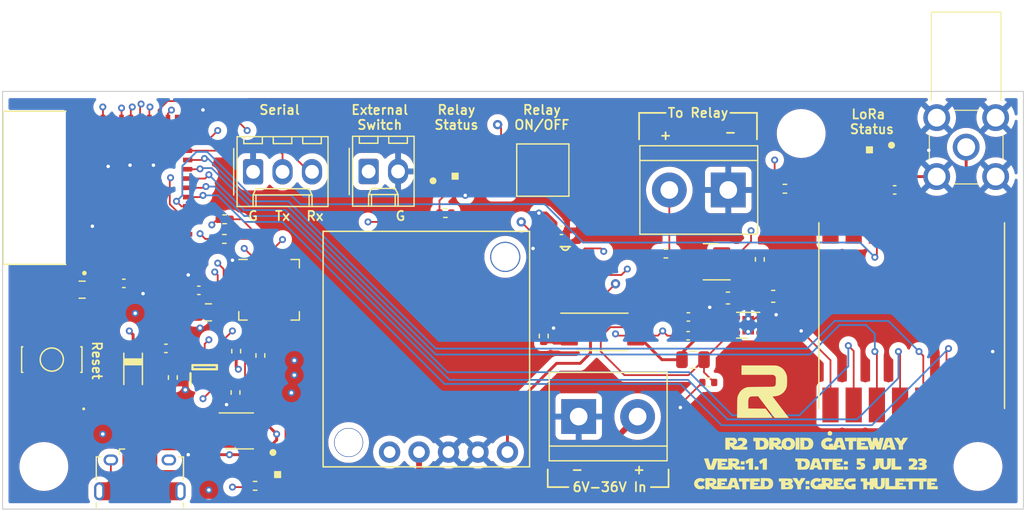
<source format=kicad_pcb>
(kicad_pcb (version 20211014) (generator pcbnew)
  (title_block (title "R2 Droid Gateway") (date "2023-07-06") (rev "1.1") (company "Created by: Greg Hulette") (comment 1 "- Creates WiFi Network for Remote Web Access") (comment 2 "- WiFi to LoRa Bridge") (comment 3 "- Buttons for Master Relay"))
  (layers (0 "F.Cu" signal) (1 "In1.Cu" signal) (2 "In2.Cu" signal) (31 "B.Cu" signal) (34 "B.Paste" user) (35 "F.Paste" user) (36 "B.SilkS" user "B.Silkscreen") (37 "F.SilkS" user "F.Silkscreen") (38 "B.Mask" user) (39 "F.Mask" user) (44 "Edge.Cuts" user))
  (net 0 "")
  (net 1 "+3V3")
  (net 2 "GND")
  (net 3 "RESET")
  (net 4 "Net-(C6-Pad2)")
  (net 5 "VBUS")
  (net 6 "+5V")
  (net 7 "Net-(D1-PadA)")
  (net 8 "USB_DP")
  (net 9 "USB_DN")
  (net 10 "Net-(J5-Pad2)")
  (net 12 "unconnected-(J1-Pad6)")
  (net 13 "RELAY_CONTROL")
  (net 15 "Net-(L1-Pad3)")
  (net 17 "Net-(L2-Pad3)")
  (net 19 "Net-(L3-Pad3)")
  (net 20 "DTR")
  (net 21 "RTS")
  (net 22 "GPIO0")
  (net 23 "Net-(R2-Pad1)")
  (net 24 "RXD0")
  (net 25 "Net-(R3-Pad1)")
  (net 26 "TXD0")
  (net 27 "Net-(R4-Pad2)")
  (net 28 "Net-(R6-Pad1)")
  (net 29 "Net-(R9-Pad1)")
  (net 30 "RELAY_LED_DATA")
  (net 31 "EXT_SW_OUT")
  (net 34 "VIN")
  (net 35 "STATUS_LED_DATA")
  (net 44 "DI0_LORA")
  (net 45 "RESET_LORA")
  (net 46 "SCK_LORA")
  (net 47 "MISO_LORA")
  (net 48 "MOSI_LORA")
  (net 49 "NSS_LORA")
  (net 50 "Net-(J4-Pad1)")
  (net 52 "ON_SW_OUT")
  (net 78 "LORA_LED_DATA")
  (net 80 "Net-(S2-Pad1)")
  (net 81 "RX_HEADER")
  (net 82 "TX_HEADER")
  (net 83 "Net-(J3-Pad5)")
  (footprint "Resistor_SMD:R_0402_1005Metric" (layer "F.Cu") (at 51.142 63.02 180)
    (fp_text reference "R3")
    (fp_text value "1K" hide)
  )
  (footprint "Resistor_SMD:R_0402_1005Metric" (layer "F.Cu") (at 99.438 60.388 180)
    (fp_text reference "R14")
    (fp_text value "470" hide)
  )
  (footprint "Capacitor_SMD:C_0402_1005Metric" (layer "F.Cu") (at 46.082 74.148 180)
    (fp_text reference "C3")
    (fp_text value ".1uF" hide)
  )
  (footprint "MountingHole:MountingHole_3.2mm_M3" (layer "F.Cu") (at 35.56 84.328)
    (fp_text reference "REF**" hide)
    (fp_text value "MountingHole_3.2mm_M3" hide)
  )
  (footprint "Resistor_SMD:R_0402_1005Metric" (layer "F.Cu") (at 52.082 77.952 -90)
    (fp_text reference "R5")
    (fp_text value "47.5K" hide)
  )
  (footprint "Resistor_SMD:R_0402_1005Metric" (layer "F.Cu") (at 97.274 66.478 90)
    (fp_text reference "R7")
    (fp_text value "10K" hide)
  )
  (footprint "Package_SO:TSSOP-8_4.4x3mm_P0.65mm" (layer "F.Cu") (at 83.718 72.722)
    (fp_text reference "U4")
    (fp_text value "TPS2115APW" hide)
  )
  (footprint "Package_SON:WSON-6-1EP_2x2mm_P0.65mm_EP1x1.6mm_ThermalVias" (layer "F.Cu") (at 96.272 72.152 180)
    (fp_text reference "U3")
    (fp_text value "LP5912-3.3DRV" hide)
  )
  (footprint "Package_TO_SOT_SMD:SOT-23" (layer "F.Cu") (at 93.048 66.682 180)
    (fp_text reference "Q3")
    (fp_text value "BSS138" hide)
  )
  (footprint "Capacitor_SMD:C_0402_1005Metric" (layer "F.Cu") (at 48.92 69.146 180)
    (fp_text reference "C5")
    (fp_text value ".1uF" hide)
  )
  (footprint "Resistor_SMD:R_0402_1005Metric" (layer "F.Cu") (at 46.678 76.66 90)
    (fp_text reference "R1")
    (fp_text value "10K" hide)
  )
  (footprint "Resistor_SMD:R_0402_1005Metric" (layer "F.Cu") (at 92.832 77.086 180)
    (fp_text reference "R10")
    (fp_text value "400" hide)
  )
  (footprint "Package_DFN_QFN:QFN-28-1EP_5x5mm_P0.5mm_EP3.35x3.35mm" (layer "F.Cu") (at 54.974 69.098)
    (fp_text reference "U2")
    (fp_text value "CP2102N-A02-GQFN28" hide)
  )
  (footprint "Custom:MODULE_ESP32-PICO-MINI-02" (layer "F.Cu") (at 43.055 60.308 90)
    (fp_text reference "U1")
    (fp_text value "ESP32-PICO-MINI-02" hide)
  )
  (footprint "Capacitor_SMD:C_0402_1005Metric" (layer "F.Cu") (at 91.116 71.438)
    (fp_text reference "C9")
    (fp_text value ".1uF" hide)
  )
  (footprint "Resistor_SMD:R_0402_1005Metric" (layer "F.Cu") (at 70.172 62.482)
    (fp_text reference "R17")
    (fp_text value "470" hide)
  )
  (footprint "Custom:SOT65P230X110-6N" (layer "F.Cu") (at 49.423 75.77 90)
    (fp_text reference "Q2")
    (fp_text value "UMH3N")
  )
  (footprint "Package_TO_SOT_SMD:SOT-143" (layer "F.Cu") (at 52.424 81.264)
    (fp_text reference "D2")
    (fp_text value "SP0503BAHTG" hide)
  )
  (footprint "Custom:SOT95P280X145-6N" (layer "F.Cu") (at 80.5054 66.8818)
    (fp_text reference "U6")
    (fp_text value "MAX6817EUT+T" hide)
  )
  (footprint "Capacitor_SMD:C_0603_1608Metric" (layer "F.Cu") (at 94.526 69.808)
    (fp_text reference "C6")
    (fp_text value "1uF" hide)
  )
  (footprint "Custom:TL3305CF260QG" (layer "F.Cu") (at 78.569332 58.779)
    (fp_text reference "S2")
    (fp_text value "TL3305CF260QG" hide)
  )
  (footprint "Capacitor_SMD:C_0402_1005Metric" (layer "F.Cu") (at 91.096 73.058)
    (fp_text reference "C12")
    (fp_text value ".1uF" hide)
  )
  (footprint "Custom:SW_TL3342F160QG" (layer "F.Cu") (at 36.2445 75.1125 90)
    (fp_text reference "S1")
    (fp_text value "TL3342F160QG" hide)
  )
  (footprint "Capacitor_SMD:C_0805_2012Metric" (layer "F.Cu") (at 91.512 75.122)
    (fp_text reference "C8")
    (fp_text value "10uF" hide)
  )
  (footprint "TerminalBlock:TerminalBlock_bornier-2_P5.08mm" (layer "F.Cu") (at 81.66 80.028)
    (fp_text reference "J2")
    (fp_text value "Power In" hide)
  )
  (footprint "Resistor_SMD:R_0402_1005Metric" (layer "F.Cu") (at 53.768 85.996 180)
    (fp_text reference "R16")
    (fp_text value "470" hide)
  )
  (footprint "Resistor_SMD:R_0402_1005Metric" (layer "F.Cu") (at 52.14 74.388 90)
    (fp_text reference "R4")
    (fp_text value "22.1K" hide)
  )
  (footprint "Connector_Molex:Molex_KK-254_AE-6410-03A_1x03_P2.54mm_Vertical" (layer "F.Cu") (at 53.594 58.928)
    (fp_text reference "J6")
    (fp_text value "Conn_01x03" hide)
  )
  (footprint "Capacitor_SMD:C_0805_2012Metric" (layer "F.Cu") (at 49.746 71.046 180)
    (fp_text reference "C4")
    (fp_text value "4.7uF" hide)
  )
  (footprint "Capacitor_SMD:C_0805_2012Metric" (layer "F.Cu") (at 38.862 69.088 180)
    (fp_text reference "C1")
    (fp_text value "10uF" hide)
  )
  (footprint "Resistor_SMD:R_0402_1005Metric" (layer "F.Cu") (at 78.648 73.084 90)
    (fp_text reference "R9")
    (fp_text value "400" hide)
  )
  (footprint "TerminalBlock:TerminalBlock_bornier-2_P5.08mm" (layer "F.Cu") (at 94.554 60.494 180)
    (fp_text reference "J5")
    (fp_text value "Output" hide)
  )
  (footprint "Capacitor_SMD:C_0402_1005Metric" (layer "F.Cu") (at 80.176 63.98)
    (fp_text reference "C11")
    (fp_text value ".1uF" hide)
  )
  (footprint "Custom:RFM95W-915S2" (layer "F.Cu") (at 110.365 71.324 90)
    (fp_text reference "U5")
    (fp_text value "RFM95W-915S2" hide)
  )
  (footprint "Custom:WS2812B-2020" (layer "F.Cu") (at 106.725 57.637)
    (fp_text reference "L1")
    (fp_text value "WS2812B-2020" hide)
  )
  (footprint "Capacitor_SMD:C_0603_1608Metric" (layer "F.Cu") (at 98.428 69.66 180)
    (fp_text reference "C7")
    (fp_text value "1uF" hide)
  )
  (footprint "Resistor_SMD:R_0402_1005Metric" (layer "F.Cu") (at 51.12 64.714 180)
    (fp_text reference "R2")
    (fp_text value "1K" hide)
  )
  (footprint "Resistor_SMD:R_0402_1005Metric" (layer "F.Cu") (at 89.178 65.972)
    (fp_text reference "R8")
    (fp_text value "10K" hide)
  )
  (footprint "Custom:SOD3716X135N" (layer "F.Cu") (at 43.2545 75.9125 -90)
    (fp_text reference "D1")
    (fp_text value "B5819W-TP" hide)
  )
  (footprint "MountingHole:MountingHole_3.2mm_M3" (layer "F.Cu") (at 100.838 55.626)
    (fp_text reference "REF**" hide)
    (fp_text value "MountingHole_3.2mm_M3" hide)
  )
  (footprint "Capacitor_SMD:C_0402_1005Metric" (layer "F.Cu") (at 42.452 68.546)
    (fp_text reference "C2")
    (fp_text value ".1uF")
  )
  (footprint "Custom:73391-0083" (layer "F.Cu") (at 115.062 52.832 -90)
    (fp_text reference "J3")
    (fp_text value "73391-0083" hide)
  )
  (footprint "Connector_USB:USB_Micro-B_Amphenol_10118194_Horizontal" (layer "F.Cu") (at 43.836 85.166)
    (fp_text reference "J1")
    (fp_text value "USB_B_Micro" hide)
  )
  (footprint "Resistor_SMD:R_0402_1005Metric" (layer "F.Cu") (at 54.224 74.758 -90)
    (fp_text reference "R6")
    (fp_text value "1K" hide)
  )
  (footprint "Custom:WS2812B-2020" (layer "F.Cu") (at 56.307 85.023 90)
    (fp_text reference "L2")
    (fp_text value "WS2812B-2020" hide)
  )
  (footprint "Pololu:VoltageREG_2851" (layer "F.Cu") (at 68.53 74.21 90)
    (fp_text reference "U7")
    (fp_text value "D24V550F5_Step_Down_Regulator" hide)
  )
  (footprint "Custom:WS2812B-2020" (layer "F.Cu") (at 71.006666 58.704 180)
    (fp_text reference "L3")
    (fp_text value "WS2812B-2020" hide)
  )
  (footprint "MountingHole:MountingHole_3.2mm_M3" (layer "F.Cu") (at 116.078 84.328)
    (fp_text reference "REF**" hide)
    (fp_text value "MountingHole_3.2mm_M3" hide)
  )
  (footprint "Connector_Molex:Molex_KK-254_AE-6410-02A_1x02_P2.54mm_Vertical" (layer "F.Cu") (at 63.552 58.898)
    (fp_text reference "J4")
    (fp_text value "External Switch In" hide)
  )
  (footprint "Logos:R2_Logo_V2" (layer "F.Cu") (at 97.536 78.232)
    (fp_text reference "G***" hide)
    (fp_text value "LOGO" hide)
  )
  (footprint "Logos:R2DroidGateway" (layer "F.Cu") (at 102.108 84.074)
    (fp_text reference "G***" hide)
    (fp_text value "LOGO" hide)
  )
  (footprint "Capacitor_SMD:C_0402_1005Metric" (layer "F.Cu") (at 108.896 60.486)
    (fp_text reference "C10")
    (fp_text value ".1uF" hide)
  )
  (gr_line (start 86.868 53.848) (end 89.154 53.848) (layer "F.SilkS") (width 0.15))
  (gr_line (start 86.868 56.134) (end 86.868 53.848) (layer "F.SilkS") (width 0.15))
  (gr_line (start 78.994 84.582) (end 78.994 86.106) (layer "F.SilkS") (width 0.15))
  (gr_line (start 87.884 86.106) (end 89.408 86.106) (layer "F.SilkS") (width 0.15))
  (gr_line (start 78.994 86.106) (end 80.772 86.106) (layer "F.SilkS") (width 0.15))
  (gr_line (start 89.408 86.106) (end 89.408 84.582) (layer "F.SilkS") (width 0.15))
  (gr_line (start 97.028 53.848) (end 97.028 56.134) (layer "F.SilkS") (width 0.15))
  (gr_line (start 94.742 53.848) (end 97.028 53.848) (layer "F.SilkS") (width 0.15))
  (gr_line (start 32 52) (end 120 52) (layer "Edge.Cuts") (width 0.1))
  (gr_line (start 120 88) (end 32 88) (layer "Edge.Cuts") (width 0.1))
  (gr_line (start 32 88) (end 32 52) (layer "Edge.Cuts") (width 0.1))
  (gr_line (start 120 52) (end 120 88) (layer "Edge.Cuts") (width 0.1))
  (gr_text "LoRa \nStatus" (at 106.934 54.61) (layer "F.SilkS") (effects (font (size 0.8 0.8))))
  (gr_text "To Relay" (at 91.948 53.848) (layer "F.SilkS") (effects (font (size 0.8 0.8))))
  (gr_text "6V-36V In" (at 84.328 86.106) (layer "F.SilkS") (effects (font (size 0.8 0.8))))
  (gr_text "-" (at 81.534 84.582) (layer "F.SilkS") (effects (font (size 0.8 0.8))))
  (gr_text "G" (at 53.594 62.738) (layer "F.SilkS") (effects (font (size 0.8 0.8))))
  (gr_text "+" (at 89.154 55.88 180) (layer "F.SilkS") (effects (font (size 0.8 0.8))))
  (gr_text "Serial" (at 55.88 53.594) (layer "F.SilkS") (effects (font (size 0.8 0.8))))
  (gr_text "Tx" (at 56.134 62.738) (layer "F.SilkS") (effects (font (size 0.8 0.8))))
  (gr_text "-" (at 94.742 55.626 180) (layer "F.SilkS") (effects (font (size 0.8 0.8))))
  (gr_text "G" (at 66.294 62.738) (layer "F.SilkS") (effects (font (size 0.8 0.8))))
  (gr_text "+" (at 86.868 84.582) (layer "F.SilkS") (effects (font (size 0.8 0.8))))
  (gr_text "Relay\nStatus" (at 71.12 54.238) (layer "F.SilkS") (effects (font (size 0.8 0.8))))
  (gr_text "External\nSwitch" (at 64.516 54.238) (layer "F.SilkS") (effects (font (size 0.8 0.8))))
  (gr_text "Relay\nON/OFF" (at 78.486 54.238) (layer "F.SilkS") (effects (font (size 0.8 0.8))))
  (gr_text "Reset" (at 40.132 75.184 270) (layer "F.SilkS") (effects (font (size 0.8 0.8))))
  (gr_text "Rx" (at 58.928 62.738) (layer "F.SilkS") (effects (font (size 0.8 0.8))))
  (segment (start 52.524 70.598) (end 51.548 70.598) (width 0.25) (layer "F.Cu") (net 1))
  (segment (start 40.655 68.245) (end 39.812 69.088) (width 0.25) (layer "F.Cu") (net 1))
  (segment (start 40.655 66.208) (end 40.655 67.229) (width 0.25) (layer "F.Cu") (net 1))
  (segment (start 51.302 70.098) (end 51.81 70.098) (width 0.25) (layer "F.Cu") (net 1))
  (segment (start 40.655 66.208) (end 40.655 68.245) (width 0.25) (layer "F.Cu") (net 1))
  (segment (start 51.81 70.098) (end 52.524 70.098) (width 0.25) (layer "F.Cu") (net 1))
  (segment (start 81.1058 66.8818) (end 81.7754 66.8818) (width 0.5) (layer "F.Cu") (net 1))
  (segment (start 97.948 72.802) (end 98.298 73.152) (width 0.1524) (layer "F.Cu") (net 1))
  (segment (start 49.4 69.146) (end 50.35 69.146) (width 0.25) (layer "F.Cu") (net 1))
  (segment (start 80.518 64.118) (end 80.518 66.294) (width 0.5) (layer "F.Cu") (net 1))
  (segment (start 80.656 63.98) (end 80.518 64.118) (width 0.5) (layer "F.Cu") (net 1))
  (segment (start 40.655 67.229) (end 41.972 68.546) (width 0.25) (layer "F.Cu") (net 1))
  (segment (start 97.1595 72.802) (end 97.948 72.802) (width 0.1524) (layer "F.Cu") (net 1))
  (segment (start 51.548 70.598) (end 51.548 70.36) (width 0.25) (layer "F.Cu") (net 1))
  (segment (start 50.35 69.146) (end 51.302 70.098) (width 0.25) (layer "F.Cu") (net 1))
  (segment (start 51.548 70.36) (end 51.81 70.098) (width 0.25) (layer "F.Cu") (net 1))
  (segment (start 51.144 70.598) (end 50.696 71.046) (width 0.25) (layer "F.Cu") (net 1))
  (segment (start 51.548 70.598) (end 51.144 70.598) (width 0.25) (layer "F.Cu") (net 1))
  (segment (start 80.518 66.294) (end 81.1058 66.8818) (width 0.5) (layer "F.Cu") (net 1))
  (via (at 47.752 77.724) (size 0.6) (drill 0.3) (layers "F.Cu" "B.Cu") (net 1))
  (via (at 43.434 71.12) (size 0.6) (drill 0.3) (layers "F.Cu" "B.Cu") (net 1))
  (via (at 57.15 76.454) (size 0.6) (drill 0.3) (layers "F.Cu" "B.Cu") (net 1))
  (via (at 49.784 86.36) (size 0.6) (drill 0.3) (layers "F.Cu" "B.Cu") (net 1))
  (via (at 56.896 77.978) (size 0.6) (drill 0.3) (layers "F.Cu" "B.Cu") (net 1))
  (via (at 40.64 81.534) (size 0.6) (drill 0.3) (layers "F.Cu" "B.Cu") (net 1))
  (via (at 49.022 72.39) (size 0.6) (drill 0.3) (layers "F.Cu" "B.Cu") (net 1))
  (via (at 57.15 75.184) (size 0.6) (drill 0.3) (layers "F.Cu" "B.Cu") (net 1))
  (segment (start 69.535666 58.898) (end 69.991666 59.354) (width 0.1524) (layer "F.Cu") (net 2))
  (segment (start 88.838 75.122) (end 90.562 75.122) (width 0.25) (layer "F.Cu") (net 2))
  (segment (start 103.365 79.024) (end 103.365 75.171) (width 0.1524) (layer "F.Cu") (net 2))
  (segment (start 71.882 60.96) (end 72.563 60.279) (width 0.1524) (layer "F.Cu") (net 2))
  (segment (start 78.325 66.8818) (end 77.724 66.2808) (width 0.25) (layer "F.Cu") (net 2))
  (segment (start 100.838 72.644) (end 99.203 71.009) (width 0.1524) (layer "F.Cu") (net 2))
  (segment (start 117.365 74.439) (end 117.348 74.422) (width 0.1524) (layer "F.Cu") (net 2))
  (segment (start 79.495 72.397) (end 78.825 72.397) (width 0.25) (layer "F.Cu") (net 2))
  (segment (start 44.1095 69.4285) (end 43.227 68.546) (width 0.25) (layer "F.Cu") (net 2))
  (segment (start 90.424 79.248) (end 90.424 78.984) (width 0.1524) (layer "F.Cu") (net 2))
  (segment (start 96.922 71.502) (end 97.1595 71.502) (width 0.1524) (layer "F.Cu") (net 2))
  (segment (start 75.558332 59.69) (end 74.969332 60.279) (width 0.1524) (layer "F.Cu") (net 2))
  (segment (start 46.255 63.508) (end 45.005 62.258) (width 0.1524) (layer "F.Cu") (net 2))
  (segment (start 45.466 70.785) (end 44.1095 69.4285) (width 0.25) (layer "F.Cu") (net 2))
  (segment (start 51.816 68.268315) (end 51.816 66.548) (width 0.1524) (layer "F.Cu") (net 2))
  (segment (start 48.971 69.68393) (end 48.971 70.792) (width 0.25) (layer "F.Cu") (net 2))
  (segment (start 45.136 83.766) (end 45.136 83.291) (width 0.25) (layer "F.Cu") (net 2))
  (segment (start 81.580332 59.69) (end 75.558332 59.69) (width 0.1524) (layer "F.Cu") (net 2))
  (segment (start 45.623 82.804) (end 47.498 82.804) (width 0.25) (layer "F.Cu") (net 2))
  (segment (start 37.912 66.451) (end 38.105 66.258) (width 0.25) (layer "F.Cu") (net 2))
  (segment (start 37.912 69.088) (end 37.912 66.451) (width 0.25) (layer "F.Cu") (net 2))
  (segment (start 79.2354 66.8818) (end 78.325 66.8818) (width 0.25) (layer "F.Cu") (net 2))
  (segment (start 39.805 66.258) (end 39.855 66.208) (width 0.25) (layer "F.Cu") (net 2))
  (segment (start 98.679 71.247) (end 99.203 70.723) (width 0.1524) (layer "F.Cu") (net 2))
  (segment (start 52.145685 68.598) (end 51.816 68.268315) (width 0.1524) (layer "F.Cu") (net 2))
  (segment (start 111.753 56.987) (end 111.838 57.072) (width 0.5) (layer "F.Cu") (net 2))
  (segment (start 93.751 69.808) (end 92.9555 70.6035) (width 0.1524) (layer "F.Cu") (net 2))
  (segment (start 51.324 79.01) (end 51.324 80.494) (width 0.25) (layer "F.Cu") (net 2))
  (segment (start 103.365 75.171) (end 100.838 72.644) (width 0.1524) (layer "F.Cu") (net 2))
  (segment (start 99.203 70.723) (end 99.203 69.66) (width 0.1524) (layer "F.Cu") (net 2))
  (segment (start 47.498 82.804) (end 48.006 83.312) (width 0.25) (layer "F.Cu") (net 2))
  (segment (start 91.694 71.438) (end 92.121 71.438) (width 0.1524) (layer "F.Cu") (net 2))
  (segment (start 45.602 74.148) (end 45.466 74.012) (width 0.25) (layer "F.Cu") (net 2))
  (segment (start 47.955 63.508) (end 46.255 63.508) (width 0.1524) (layer "F.Cu") (net 2))
  (segment (start 38.105 54.358) (end 38.105 66.258) (width 0.25) (layer "F.Cu") (net 2))
  (segment (start 43.227 68.546) (end 42.932 68.546) (width 0.25) (layer "F.Cu") (net 2))
  (segment (start 45.466 74.012) (end 45.466 70.785) (width 0.25) (layer "F.Cu") (net 2))
  (segment (start 48.005 68.711) (end 48.79548 69.50148) (width 0.25) (layer "F.Cu") (net 2))
  (segment (start 91.694 72.94) (end 91.576 73.058) (width 0.25) (layer "F.Cu") (net 2))
  (segment (start 39.055 66.208) (end 39.055 64.308) (width 0.25) (layer "F.Cu") (net 2))
  (segment (start 79.696 63.98) (end 79.696 63.313) (width 0.25) (layer "F.Cu") (net 2))
  (segment (start 115.365 63.624) (end 115.365 62.183) (width 0.25) (layer "F.Cu") (net 2))
  (segment (start 72.563 60.279) (end 74.041332 60.279) (width 0.1524) (layer "F.Cu") (net 2))
  (segment (start 51.308 78.994) (end 51.324 79.01) (width 0.25) (layer "F.Cu") (net 2))
  (segment (start 65.33 58.898) (end 69.535666 58.898) (width 0.1524) (layer "F.Cu") (net 2))
  (segment (start 34.3445 71.9625) (end 34.3445 78.2625) (width 0.25) (layer "F.Cu") (net 2))
  (segment (start 41.105 62.258) (end 41.105 58.463) (width 0.25) (layer "F.Cu") (net 2))
  (segment (start 99.203 71.009) (end 99.203 69.66) (width 0.1524) (layer "F.Cu") (net 2))
  (segment (start 45.005 62.258) (end 41.105 62.258) (width 0.25) (layer "F.Cu") (net 2))
  (segment (start 51.84 78.462) (end 51.308 78.994) (width 0.25) (layer "F.Cu") (net 2))
  (segment (start 45.005 58.358) (end 45.005 62.258) (width 0.25) (layer "F.Cu") (net 2))
  (segment (start 79.495 72.397) (end 80.8555 72.397) (width 0.25) (layer "F.Cu") (net 2))
  (segment (start 37.219 69.088) (end 37.912 69.088) (width 0.25) (layer "F.Cu") (net 2))
  (segment (start 43.055 62.258) (end 43.055 58.358) (width 0.25) (layer "F.Cu") (net 2))
  (segment (start 41.105 58.358) (end 42.988 58.358) (width 0.25) (layer "F.Cu") (net 2))
  (segment (start 91.694 71.438) (end 91.694 72.94) (width 0.25) (layer "F.Cu") (net 2))
  (segment (start 56.388 82.296) (end 56.388 80.264) (width 0.1524) (layer "F.Cu") (net 2))
  (segment (start 91.576 73.058) (end 91.576 73.524) (width 0.25) (layer "F.Cu") (net 2))
  (segment (start 38.105 66.258) (end 39.805 66.258) (width 0.25) (layer "F.Cu") (net 2))
  (segment (start 78.825 72.397) (end 78.648 72.574) (width 0.25) (layer "F.Cu") (net 2))
  (segment (start 48.512 54.358) (end 49.276 53.594) (width 0.1524) (layer "F.Cu") (net 2))
  (segment (start 115.365 62.183) (end 112.522 59.34) (width 0.25) (layer "F.Cu") (net 2))
  (segment (start 45.005 60.308) (end 41.105 60.308) (width 0.25) (layer "F.Cu") (net 2))
  (segment (start 48.005 66.258) (end 48.005 67.819) (width 0.25) (layer "F.Cu") (net 2))
  (segment (start 56.388 80.264) (end 54.586 78.462) (width 0.1524) (layer "F.Cu") (net 2))
  (segment (start 98.424 71.502) (end 98.679 71.247) (width 0.1524) (layer "F.Cu") (net 2))
  (segment (start 91.576 73.524) (end 90.562 74.538) (width 0.25) (layer "F.Cu") (net 2))
  (segment (start 55.657 84.008) (end 55.657 83.027) (width 0.1524) (layer "F.Cu") (net 2))
  (segment (start 78.867 62.484) (end 78.232 62.484) (width 0.25) (layer "F.Cu") (net 2))
  (segment (start 34.3445 71.9625) (end 37.219 69.088) (width 0.25) (layer "F.Cu") (net 2))
  (segment (start 48.005 67.819) (end 48.005 68.711) (width 0.25) (layer "F.Cu") (net 2))
  (segment (start 52.524 68.598) (end 54.474 68.598) (width 0.1524) (layer "F.Cu") (net 2))
  (segment (start 109.376 60.486) (end 110.522 59.34) (width 0.25) (layer "F.Cu") (net 2))
  (segment (start 107.74 56.987) (end 111.753 56.987) (width 0.5) (layer "F.Cu") (net 2))
  (segment (start 82.169332 60.279) (end 81.580332 59.69) (width 0.1524) (layer "F.Cu") (net 2))
  (segment (start 95.3845 72.152) (end 96.272 72.152) (width 0.1524) (layer "F.Cu") (net 2))
  (segment (start 47.055 66.208) (end 47.955 66.208) (width 0.1524) (layer "F.Cu") (net 2))
  (segment (start 79.696 63.313) (end 78.867 62.484) (width 0.25) (layer "F.Cu") (net 2))
  (segment (start 74.969332 60.279) (end 73.699332 60.279) (width 0.1524) (layer "F.Cu") (net 2))
  (segment (start 54.474 68.598) (end 54.974 69.098) (width 0.1524) (layer "F.Cu") (net 2))
  (segment (start 55.657 83.027) (end 56.388 82.296) (width 0.1524) (layer "F.Cu") (net 2))
  (segment (start 110.522 59.34) (end 112.522 59.34) (width 0.25) (layer "F.Cu") (net 2))
  (segment (start 97.1595 71.502) (end 98.424 71.502) (width 0.1524) (layer "F.Cu") (net 2))
  (segment (start 54.586 78.462) (end 52.082 78.462) (width 0.1524) (layer "F.Cu") (net 2))
  (segment (start 90.562 74.538) (end 90.562 75.122) (width 0.25) (layer "F.Cu") (net 2))
  (segment (start 48.005 54.358) (end 48.512 54.358) (width 0.1524) (layer "F.Cu") (net 2))
  (segment (start 39.7435 63.6195) (end 41.105 62.258) (width 0.25) (layer "F.Cu") (net 2))
  (segment (start 77.724 66.2808) (end 77.724 65.532) (width 0.25) (layer "F.Cu") (net 2))
  (segment (start 41.105 58.463) (end 41.105 58.358) (width 0.25) (layer "F.Cu") (net 2))
  (segment (start 92.121 71.438) (end 92.9555 70.6035) (width 0.1524) (layer "F.Cu") (net 2))
  (segment (start 47.955 66.208) (end 48.005 66.258) (width 0.1524) (layer "F.Cu") (net 2))
  (segment (start 39.055 64.308) (end 39.7435 63.6195) (width 0.25) (layer "F.Cu") (net 2))
  (segment (start 96.272 72.152) (end 96.922 71.502) (width 0.1524) (layer "F.Cu") (net 2))
  (segment (start 90.424 78.984) (end 92.322 77.086) (width 0.1524) (layer "F.Cu") (net 2))
  (segment (start 45.136 83.291) (end 45.623 82.804) (width 0.25) (layer "F.Cu") (net 2))
  (segment (start 117.365 79.024) (end 117.365 74.439) (width 0.1524) (layer "F.Cu") (net 2))
  (segment (start 48.79548 69.50148) (end 48.79548 69.50841) (width 0.25) (layer "F.Cu") (net 2))
  (segment (start 86.5805 73.697) (end 87.413 73.697) (width 0.25) (layer "F.Cu") (net 2))
  (segment (start 48.79548 69.50841) (end 48.971 69.68393) (width 0.25) (layer "F.Cu") (net 2))
  (segment (start 52.524 68.598) (end 52.145685 68.598) (width 0.1524) (layer "F.Cu") (net 2))
  (segment (start 87.413 73.697) (end 88.838 75.122) (width 0.25) (layer "F.Cu") (net 2))
  (segment (start 42.988 58.358) (end 45.005 58.358) (width 0.25) (layer "F.Cu") (net 2))
  (segment (start 52.082 78.462) (end 51.84 78.462) (width 0.25) (layer "F.Cu") (net 2))
  (via (at 100.838 72.644) (size 0.6) (drill 0.3) (layers "F.Cu" "B.Cu") (net 2))
  (via (at 41.105 58.463) (size 0.6) (drill 0.3) (layers "F.Cu" "B.Cu") (net 2))
  (via (at 44.1095 69.4285) (size 0.6) (drill 0.3) (layers "F.Cu" "B.Cu") (net 2))
  (via (at 48.006 83.312) (size 0.6) (drill 0.3) (layers "F.Cu" "B.Cu") (net 2))
  (via (at 78.232 62.484) (size 0.6) (drill 0.3) (layers "F.Cu" "B.Cu") (net 2))
  (via (at 92.9555 70.6035) (size 0.6) (drill 0.3) (layers "F.Cu" "B.Cu") (net 2))
  (via (at 79.495 72.397) (size 0.6) (drill 0.3) (layers "F.Cu" "B.Cu") (net 2))
  (via (at 51.816 66.548) (size 0.6) (drill 0.3) (layers "F.Cu" "B.Cu") (net 2))
  (via (at 77.724 65.532) (size 0.6) (drill 0.3) (layers "F.Cu" "B.Cu") (net 2))
  (via (at 48.005 67.819) (size 0.6) (drill 0.3) (layers "F.Cu" "B.Cu") (net 2))
  (via (at 98.679 71.247) (size 0.6) (drill 0.3) (layers "F.Cu" "B.Cu") (net 2))
  (via (at 71.882 60.96) (size 0.6) (drill 0.3) (layers "F.Cu" "B.Cu") (net 2))
  (via (at 49.276 53.594) (size 0.6) (drill 0.3) (layers "F.Cu" "B.Cu") (net 2))
  (via (at 90.424 79.248) (size 0.6) (drill 0.3) (layers "F.Cu" "B.Cu") (net 2))
  (via (at 117.348 74.422) (size 0.6) (drill 0.3) (layers "F.Cu" "B.Cu") (net 2))
  (via (at 111.838 57.072) (size 0.6) (drill 0.3) (layers "F.Cu" "B.Cu") (net 2))
  (via (at 51.308 78.994) (size 0.6) (drill 0.3) (layers "F.Cu" "B.Cu") (net 2))
  (via (at 45.005 58.358) (size 0.6) (drill 0.3) (layers "F.Cu" "B.Cu") (net 2))
  (via (at 42.988 58.358) (size 0.6) (drill 0.3) (layers "F.Cu" "B.Cu") (net 2))
  (via (at 39.7435 63.6195) (size 0.6) (drill 0.3) (layers "F.Cu" "B.Cu") (net 2))
  (segment (start 46.228 75.946) (end 46.857 75.317) (width 0.25) (layer "F.Cu") (net 3))
  (segment (start 38.1445 78.2625) (end 39.5935 78.2625) (width 0.25) (layer "F.Cu") (net 3))
  (segment (start 46.562 75.022) (end 46.857 75.317) (width 0.25) (layer "F.Cu") (net 3))
  (segment (start 44.655 68.023) (end 46.562 69.93) (width 0.25) (layer "F.Cu") (net 3))
  (segment (start 46.562 74.148) (end 48.201 74.148) (width 0.25) (layer "F.Cu") (net 3))
  (segment (start 46.857 75.317) (end 46.857 75.971) (width 0.25) (layer "F.Cu") (net 3))
  (segment (start 48.201 74.148) (end 48.773 74.72) (width 0.25) (layer "F.Cu") (net 3))
  (segment (start 46.857 75.971) (end 46.678 76.15) (width 0.25) (layer "F.Cu") (net 3))
  (segment (start 38.1445 72.1805) (end 41.91 75.946) (width 0.25) (layer "F.Cu") (net 3))
  (segment (start 38.1445 71.9625) (end 38.1445 72.1805) (width 0.25) (layer "F.Cu") (net 3))
  (segment (start 39.5935 78.2625) (end 41.91 75.946) (width 0.25) (layer "F.Cu") (net 3))
  (segment (start 46.562 69.93) (end 46.562 75.022) (width 0.25) (layer "F.Cu") (net 3))
  (segment (start 44.655 66.208) (end 44.655 68.023) (width 0.25) (layer "F.Cu") (net 3))
  (segment (start 41.91 75.946) (end 46.228 75.946) (width 0.25) (layer "F.Cu") (net 3))
  (segment (start 94.234 70.875) (end 95.301 69.808) (width 0.1524) (layer "F.Cu") (net 4))
  (segment (start 86.505789 72.322289) (end 84.395711 72.322289) (width 0.1524) (layer "F.Cu") (net 4))
  (segment (start 85.598 76.454) (end 91.13 76.454) (width 0.1524) (layer "F.Cu") (net 4))
  (segment (start 93.342 77.086) (end 92.462 76.206) (width 0.1524) (layer "F.Cu") (net 4))
  (segment (start 86.5805 72.397) (end 86.505789 72.322289) (width 0.1524) (layer "F.Cu") (net 4))
  (segment (start 94.868 71.502) (end 94.234 72.136) (width 0.1524) (layer "F.Cu") (net 4))
  (segment (start 91.13 76.454) (end 92.462 75.122) (width 0.1524) (layer "F.Cu") (net 4))
  (segment (start 84.395711 72.322289) (end 83.566 73.152) (width 0.1524) (layer "F.Cu") (net 4))
  (segment (start 94.646 72.938) (end 92.462 75.122) (width 0.1524) (layer "F.Cu") (net 4))
  (segment (start 94.234 72.39) (end 94.234 72.136) (width 0.1524) (layer "F.Cu") (net 4))
  (segment (start 94.646 72.802) (end 94.646 72.938) (width 0.1524) (layer "F.Cu") (net 4))
  (segment (start 92.462 76.206) (end 92.462 75.122) (width 0.1524) (layer "F.Cu") (net 4))
  (segment (start 83.566 73.152) (end 83.566 74.422) (width 0.1524) (layer "F.Cu") (net 4))
  (segment (start 95.3845 72.802) (end 94.646 72.802) (width 0.1524) (layer "F.Cu") (net 4))
  (segment (start 94.234 72.136) (end 94.234 70.875) (width 0.1524) (layer "F.Cu") (net 4))
  (segment (start 94.646 72.802) (end 94.234 72.39) (width 0.1524) (layer "F.Cu") (net 4))
  (segment (start 83.566 74.422) (end 85.598 76.454) (width 0.1524) (layer "F.Cu") (net 4))
  (segment (start 95.3845 71.502) (end 94.868 71.502) (width 0.1524) (layer "F.Cu") (net 4))
  (segment (start 86.5805 73.047) (end 88.497 73.047) (width 0.1524) (layer "F.Cu") (net 5))
  (segment (start 88.497 73.047) (end 88.9 72.644) (width 0.1524) (layer "F.Cu") (net 5))
  (segment (start 52.324 75.946) (end 52.14 75.762) (width 0.25) (layer "F.Cu") (net 5))
  (segment (start 90.616 73.058) (end 89.314 73.058) (width 0.1524) (layer "F.Cu") (net 5))
  (segment (start 43.2545 72.9725) (end 42.926 72.644) (width 0.25) (layer "F.Cu") (net 5))
  (segment (start 89.314 73.058) (end 88.9 72.644) (width 0.1524) (layer "F.Cu") (net 5))
  (segment (start 52.14 74.898) (end 52.14 75.762) (width 0.25) (layer "F.Cu") (net 5))
  (segment (start 84.985 73.047) (end 84.836 72.898) (width 0.1524) (layer "F.Cu") (net 5))
  (segment (start 86.5805 73.047) (end 84.985 73.047) (width 0.1524) (layer "F.Cu") (net 5))
  (segment (start 43.2545 74.2742) (end 43.2545 72.9725) (width 0.25) (layer "F.Cu") (net 5))
  (via (at 84.836 72.898) (size 0.6) (drill 0.3) (layers "F.Cu" "B.Cu") (net 5))
  (via (at 42.926 72.644) (size 0.6) (drill 0.3) (layers "F.Cu" "B.Cu") (net 5))
  (via (at 88.9 72.644) (size 0.6) (drill 0.3) (layers "F.Cu" "B.Cu") (net 5))
  (via (at 52.324 75.946) (size 0.6) (drill 0.3) (layers "F.Cu" "B.Cu") (net 5))
  (segment (start 87.511 71.747) (end 88.138 71.12) (width 0.25) (layer "F.Cu") (net 6))
  (segment (start 83.447 71.747) (end 86.5805 71.747) (width 0.25) (layer "F.Cu") (net 6))
  (segment (start 88.138 71.12) (end 88.646 71.12) (width 0.25) (layer "F.Cu") (net 6))
  (segment (start 80.8555 73.047) (end 82.147 73.047) (width 0.25) (layer "F.Cu") (net 6))
  (segment (start 82.804 72.39) (end 83.447 71.747) (width 0.25) (layer "F.Cu") (net 6))
  (segment (start 75.52 83.09) (end 75.52 79.674) (width 0.25) (layer "F.Cu") (net 6))
  (segment (start 82.677 72.517) (end 82.804 72.39) (width 0.25) (layer "F.Cu") (net 6))
  (segment (start 79.756 75.438) (end 81.788 75.438) (width 0.25) (layer "F.Cu") (net 6))
  (segment (start 86.5805 71.747) (end 87.511 71.747) (width 0.25) (layer "F.Cu") (net 6))
  (segment (start 88.646 71.12) (end 90.318 71.12) (width 0.25) (layer "F.Cu") (net 6))
  (segment (start 75.52 79.674) (end 79.756 75.438) (width 0.25) (layer "F.Cu") (net 6))
  (segment (start 82.677 74.549) (end 82.677 72.517) (width 0.25) (layer "F.Cu") (net 6))
  (segment (start 82.147 73.047) (end 82.677 72.517) (width 0.25) (layer "F.Cu") (net 6))
  (segment (start 88.646 71.12) (end 88.646 65.994) (width 0.25) (layer "F.Cu") (net 6))
  (segment (start 88.646 65.994) (end 88.668 65.972) (width 0.25) (layer "F.Cu") (net 6))
  (segment (start 90.318 71.12) (end 90.636 71.438) (width 0.25) (layer "F.Cu") (net 6))
  (segment (start 81.788 75.438) (end 82.677 74.549) (width 0.25) (layer "F.Cu") (net 6))
  (segment (start 42.536 82.891978) (end 42.536 83.766) (width 0.25) (layer "F.Cu") (net 7))
  (segment (start 43.2545 80.6975) (end 43.2545 80.9515) (width 0.25) (layer "F.Cu") (net 7))
  (segment (start 43.2545 82.173478) (end 42.536 82.891978) (width 0.25) (layer "F.Cu") (net 7))
  (segment (start 43.688 80.264) (end 43.2545 80.6975) (width 0.25) (layer "F.Cu") (net 7))
  (segment (start 43.2545 80.9515) (end 43.2545 82.173478) (width 0.25) (layer "F.Cu") (net 7))
  (segment (start 49.956 82.214) (end 48.006 80.264) (width 0.25) (layer "F.Cu") (net 7))
  (segment (start 51.324 82.214) (end 49.956 82.214) (width 0.25) (layer "F.Cu") (net 7))
  (segment (start 43.2545 77.5508) (end 43.2545 80.9515) (width 0.25) (layer "F.Cu") (net 7))
  (segment (start 48.006 80.264) (end 43.688 80.264) (width 0.25) (layer "F.Cu") (net 7))
  (segment (start 44.45 81.28) (end 43.836 81.894) (width 0.25) (layer "F.Cu") (net 8))
  (segment (start 49.53 83.312) (end 47.498 81.28) (width 0.25) (layer "F.Cu") (net 8))
  (segment (start 52.426 83.312) (end 51.562 83.312) (width 0.25) (layer "F.Cu") (net 8))
  (segment (start 52.524 69.098) (end 51.826 69.098) (width 0.1524) (layer "F.Cu") (net 8))
  (segment (start 47.498 81.28) (end 44.45 81.28) (width 0.25) (layer "F.Cu") (net 8))
  (segment (start 53.524 82.214) (end 52.426 83.312) (width 0.25) (layer "F.Cu") (net 8))
  (segment (start 51.562 83.312) (end 49.53 83.312) (width 0.25) (layer "F.Cu") (net 8))
  (segment (start 51.054 68.326) (end 51.054 67.31) (width 0.1524) (layer "F.Cu") (net 8))
  (segment (start 51.826 69.098) (end 51.054 68.326) (width 0.1524) (layer "F.Cu") (net 8))
  (segment (start 43.836 81.894) (end 43.836 83.766) (width 0.25) (layer "F.Cu") (net 8))
  (segment (start 51.054 67.31) (end 50.546 66.802) (width 0.1524) (layer "F.Cu") (net 8))
  (via (at 50.546 66.802) (size 0.6) (drill 0.3) (layers "F.Cu" "B.Cu") (net 8))
  (via (at 51.562 83.312) (size 0.6) (drill 0.3) (layers "F.Cu" "B.Cu") (net 8))
  (segment (start 43.186 83.766) (end 43.186 84.691) (width 0.25) (layer "F.Cu") (net 9))
  (segment (start 55.626 81.534) (end 54.406 80.314) (width 0.25) (layer "F.Cu") (net 9))
  (segment (start 51.564 69.598) (end 50.546 68.58) (width 0.1524) (layer "F.Cu") (net 9))
  (segment (start 52.524 69.598) (end 51.564 69.598) (width 0.1524) (layer "F.Cu") (net 9))
  (segment (start 50.546 67.818) (end 50.292 67.564) (width 0.1524) (layer "F.Cu") (net 9))
  (segment (start 43.186 84.691) (end 43.260511 84.765511) (width 0.25) (layer "F.Cu") (net 9))
  (segment (start 55.626 82.042) (end 55.626 81.534) (width 0.25) (layer "F.Cu") (net 9))
  (segment (start 54.102 83.566) (end 55.626 82.042) (width 0.25) (layer "F.Cu") (net 9))
  (segment (start 54.102 84.074) (end 54.102 83.566) (width 0.25) (layer "F.Cu") (net 9))
  (segment (start 53.410489 84.765511) (end 54.102 84.074) (width 0.25) (layer "F.Cu") (net 9))
  (segment (start 54.406 80.314) (end 53.524 80.314) (width 0.25) (layer "F.Cu") (net 9))
  (segment (start 43.260511 84.765511) (end 53.410489 84.765511) (width 0.25) (layer "F.Cu") (net 9))
  (segment (start 50.546 68.58) (end 50.546 67.818) (width 0.1524) (layer "F.Cu") (net 9))
  (via (at 50.292 67.564) (size 0.6) (drill 0.3) (layers "F.Cu" "B.Cu") (net 9))
  (via (at 55.626 81.534) (size 0.6) (drill 0.3) (layers "F.Cu" "B.Cu") (net 9))
  (segment (start 92.1105 66.682) (end 90.398 66.682) (width 0.1524) (layer "F.Cu") (net 10))
  (segment (start 89.474 65.758) (end 89.688 65.972) (width 0.1524) (layer "F.Cu") (net 10))
  (segment (start 89.474 60.494) (end 89.474 65.758) (width 0.1524) (layer "F.Cu") (net 10))
  (segment (start 90.398 66.682) (end 89.688 65.972) (width 0.1524) (layer "F.Cu") (net 10))
  (segment (start 41.336 85.466) (end 40.336 86.466) (width 0.1524) (layer "F.Cu") (net 12))
  (segment (start 40.336 86.466) (end 47.336 86.466) (width 0.1524) (layer "F.Cu") (net 12))
  (segment (start 41.336 83.766) (end 41.336 85.466) (width 0.1524) (layer "F.Cu") (net 12))
  (segment (start 47.4026 62.708) (end 46.414289 61.719689) (width 0.1524) (layer "F.Cu") (net 13))
  (segment (start 95.94 65.968) (end 97.274 65.968) (width 0.1524) (layer "F.Cu") (net 13))
  (segment (start 47.955 62.708) (end 47.4026 62.708) (width 0.1524) (layer "F.Cu") (net 13))
  (segment (start 93.9855 65.732) (end 95.704 65.732) (width 0.1524) (layer "F.Cu") (net 13))
  (segment (start 95.704 65.732) (end 95.94 65.968) (width 0.1524) (layer "F.Cu") (net 13))
  (segment (start 46.414289 61.719689) (end 46.414289 59.503711) (width 0.1524) (layer "F.Cu") (net 13))
  (segment (start 46.414289 59.503711) (end 46.482 59.436) (width 0.1524) (layer "F.Cu") (net 13))
  (segment (start 95.704 65.732) (end 96.52 64.916) (width 0.1524) (layer "F.Cu") (net 13))
  (segment (start 96.52 64.916) (end 96.52 64.008) (width 0.1524) (layer "F.Cu") (net 13))
  (via (at 46.482 59.436) (size 0.6) (drill 0.3) (layers "F.Cu" "B.Cu") (net 13))
  (via (at 96.52 64.008) (size 0.6) (drill 0.3) (layers "F.Cu" "B.Cu") (net 13))
  (segment (start 99.948 60.388) (end 99.948 60.326) (width 0.1524) (layer "F.Cu") (net 15))
  (segment (start 99.948 60.326) (end 103.287 56.987) (width 0.1524) (layer "F.Cu") (net 15))
  (segment (start 103.287 56.987) (end 105.71 56.987) (width 0.1524) (layer "F.Cu") (net 15))
  (segment (start 55.615 85.996) (end 55.657 86.038) (width 0.1524) (layer "F.Cu") (net 17))
  (segment (start 54.278 85.996) (end 55.615 85.996) (width 0.1524) (layer "F.Cu") (net 17))
  (segment (start 69.662 62.482) (end 69.662 61.402) (width 0.1524) (layer "F.Cu") (net 19))
  (segment (start 71.71 59.354) (end 72.021666 59.354) (width 0.1524) (layer "F.Cu") (net 19))
  (segment (start 69.662 61.402) (end 71.71 59.354) (width 0.1524) (layer "F.Cu") (net 19))
  (segment (start 50.073 74.387) (end 51.816 72.644) (width 0.1524) (layer "F.Cu") (net 20))
  (segment (start 49.423 76.82) (end 49.423 76.307) (width 0.1524) (layer "F.Cu") (net 20))
  (segment (start 53.57328 66.56872) (end 53.57328 66.27328) (width 0.1524) (layer "F.Cu") (net 20))
  (segment (start 50.073 74.72) (end 50.073 74.387) (width 0.1524) (layer "F.Cu") (net 20))
  (segment (start 53.494 66.648) (end 53.57328 66.56872) (width 0.1524) (layer "F.Cu") (net 20))
  (segment (start 53.474 66.648) (end 53.494 66.648) (width 0.1524) (layer "F.Cu") (net 20))
  (segment (start 53.57328 66.27328) (end 52.832 65.532) (width 0.1524) (layer "F.Cu") (net 20))
  (segment (start 50.073 75.657) (end 50.073 74.72) (width 0.1524) (layer "F.Cu") (net 20))
  (segment (start 49.423 76.307) (end 50.073 75.657) (width 0.1524) (layer "F.Cu") (net 20))
  (via (at 52.832 65.532) (size 0.6) (drill 0.3) (layers "F.Cu" "B.Cu") (net 20))
  (via (at 51.816 72.644) (size 0.6) (drill 0.3) (layers "F.Cu" "B.Cu") (net 20))
  (segment (start 48.773 76.195) (end 49.423 75.545) (width 0.1524) (layer "F.Cu") (net 21))
  (segment (start 55.474 65.43) (end 55.474 66.648) (width 0.1524) (layer "F.Cu") (net 21))
  (segment (start 56.134 64.77) (end 55.474 65.43) (width 0.1524) (layer "F.Cu") (net 21))
  (segment (start 49.423 74.72) (end 49.423 73.767) (width 0.1524) (layer "F.Cu") (net 21))
  (segment (start 49.423 75.545) (end 49.423 74.72) (width 0.1524) (layer "F.Cu") (net 21))
  (segment (start 48.773 76.82) (end 48.773 76.195) (width 0.1524) (layer "F.Cu") (net 21))
  (segment (start 49.423 73.767) (end 49.784 73.406) (width 0.1524) (layer "F.Cu") (net 21))
  (via (at 49.784 73.406) (size 0.6) (drill 0.3) (layers "F.Cu" "B.Cu") (net 21))
  (via (at 56.134 64.77) (size 0.6) (drill 0.3) (layers "F.Cu" "B.Cu") (net 21))
  (segment (start 50.073 77.689) (end 49.276 78.486) (width 0.1524) (layer "F.Cu") (net 22))
  (segment (start 50.073 76.82) (end 50.073 77.689) (width 0.1524) (layer "F.Cu") (net 22))
  (segment (start 49.61 56.308) (end 50.546 55.372) (width 0.1524) (layer "F.Cu") (net 22))
  (segment (start 47.955 56.308) (end 49.61 56.308) (width 0.1524) (layer "F.Cu") (net 22))
  (via (at 49.276 78.486) (size 0.6) (drill 0.3) (layers "F.Cu" "B.Cu") (net 22))
  (via (at 50.546 55.372) (size 0.6) (drill 0.3) (layers "F.Cu" "B.Cu") (net 22))
  (segment (start 54.474 66.648) (end 54.474 65.904) (width 0.1524) (layer "F.Cu") (net 23))
  (segment (start 54.474 65.904) (end 53.284 64.714) (width 0.1524) (layer "F.Cu") (net 23))
  (segment (start 53.284 64.714) (end 51.63 64.714) (width 0.1524) (layer "F.Cu") (net 23))
  (segment (start 43.055 54.408) (end 43.055 53.465) (width 0.1524) (layer "F.Cu") (net 24))
  (segment (start 49.474 64.714) (end 50.61 64.714) (width 0.1524) (layer "F.Cu") (net 24))
  (segment (start 43.055 53.465) (end 43.18 53.34) (width 0.1524) (layer "F.Cu") (net 24))
  (segment (start 49.022 64.262) (end 49.474 64.714) (width 0.1524) (layer "F.Cu") (net 24))
  (via (at 43.18 53.34) (size 0.6) (drill 0.3) (layers "F.Cu" "B.Cu") (net 24))
  (via (at 49.022 64.262) (size 0.6) (drill 0.3) (layers "F.Cu" "B.Cu") (net 24))
  (segment (start 54.974 66.648) (end 54.974 65.388) (width 0.1524) (layer "F.Cu") (net 25))
  (segment (start 52.606 63.02) (end 51.652 63.02) (width 0.1524) (layer "F.Cu") (net 25))
  (segment (start 54.974 65.388) (end 52.606 63.02) (width 0.1524) (layer "F.Cu") (net 25))
  (segment (start 42.255 54.408) (end 42.255 53.431) (width 0.1524) (layer "F.Cu") (net 26))
  (segment (start 50.632 63.02) (end 50.518 63.02) (width 0.1524) (layer "F.Cu") (net 26))
  (segment (start 50.518 63.02) (end 50.038 63.5) (width 0.1524) (layer "F.Cu") (net 26))
  (via (at 42.255 53.431) (size 0.6) (drill 0.3) (layers "F.Cu" "B.Cu") (net 26))
  (via (at 50.038 63.5) (size 0.6) (drill 0.3) (layers "F.Cu" "B.Cu") (net 26))
  (segment (start 53.474 71.548) (end 53.474 72.544) (width 0.1524) (layer "F.Cu") (net 27))
  (segment (start 52.899711 76.624289) (end 52.899711 74.637711) (width 0.1524) (layer "F.Cu") (net 27))
  (segment (start 52.899711 74.637711) (end 52.14 73.878) (width 0.1524) (layer "F.Cu") (net 27))
  (segment (start 52.082 77.442) (end 52.899711 76.624289) (width 0.1524) (layer "F.Cu") (net 27))
  (segment (start 53.474 72.544) (end 52.14 73.878) (width 0.1524) (layer "F.Cu") (net 27))
  (segment (start 54.224 74.248) (end 54.224 73.528) (width 0.1524) (layer "F.Cu") (net 28))
  (segment (start 53.974 73.278) (end 53.974 71.548) (width 0.1524) (layer "F.Cu") (net 28))
  (segment (start 54.224 73.528) (end 53.974 73.278) (width 0.1524) (layer "F.Cu") (net 28))
  (segment (start 78.648 73.594) (end 79.436 73.594) (width 0.25) (layer "F.Cu") (net 29))
  (segment (start 79.436 73.594) (end 79.539 73.697) (width 0.25) (layer "F.Cu") (net 29))
  (segment (start 79.539 73.697) (end 80.8555 73.697) (width 0.25) (layer "F.Cu") (net 29))
  (segment (start 70.682 62.482) (end 69.918 63.246) (width 0.1524) (layer "F.Cu") (net 30))
  (segment (start 43.855 53.173) (end 43.942 53.086) (width 0.1524) (layer "F.Cu") (net 30))
  (segment (start 69.918 63.246) (end 63.5 63.246) (width 0.1524) (layer "F.Cu") (net 30))
  (segment (start 43.855 54.408) (end 43.855 53.173) (width 0.1524) (layer "F.Cu") (net 30))
  (via (at 63.5 63.246) (size 0.6) (drill 0.3) (layers "F.Cu" "B.Cu") (net 30))
  (via (at 43.942 53.086) (size 0.6) (drill 0.3) (layers "F.Cu" "B.Cu") (net 30))
  (segment (start 52.07 54.356) (end 53.086 55.372) (width 0.1524) (layer "F.Cu") (net 31))
  (segment (start 85.852 67.31) (end 85.3404 67.8216) (width 0.1524) (layer "F.Cu") (net 31))
  (segment (start 48.378 55.508) (end 49.53 54.356) (width 0.1524) (layer "F.Cu") (net 31))
  (segment (start 47.955 55.508) (end 48.378 55.508) (width 0.1524) (layer "F.Cu") (net 31))
  (segment (start 49.53 54.356) (end 52.07 54.356) (width 0.1524) (layer "F.Cu") (net 31))
  (segment (start 85.3404 67.8216) (end 81.7754 67.8216) (width 0.1524) (layer "F.Cu") (net 31))
  (via (at 85.852 67.31) (size 0.6) (drill 0.3) (layers "F.Cu" "B.Cu") (net 31))
  (via (at 53.086 55.372) (size 0.6) (drill 0.3) (layers "F.Cu" "B.Cu") (net 31))
  (segment (start 69.596 86.106) (end 76.454 86.106) (width 0.5) (layer "F.Cu") (net 34))
  (segment (start 79.248 83.312) (end 83.456 83.312) (width 0.5) (layer "F.Cu") (net 34))
  (segment (start 83.456 83.312) (end 86.74 80.028) (width 0.5) (layer "F.Cu") (net 34))
  (segment (start 67.9 84.41) (end 69.596 86.106) (width 0.5) (layer "F.Cu") (net 34))
  (segment (start 67.9 83.09) (end 67.9 84.41) (width 0.5) (layer "F.Cu") (net 34))
  (segment (start 76.454 86.106) (end 79.248 83.312) (width 0.5) (layer "F.Cu") (net 34))
  (segment (start 40.655 53.355) (end 40.64 53.34) (width 0.1524) (layer "F.Cu") (net 35))
  (segment (start 53.148 86.106) (end 53.258 85.996) (width 0.1524) (layer "F.Cu") (net 35))
  (segment (start 51.816 86.106) (end 53.148 86.106) (width 0.1524) (layer "F.Cu") (net 35))
  (segment (start 40.655 54.408) (end 40.655 53.355) (width 0.1524) (layer "F.Cu") (net 35))
  (via (at 51.816 86.106) (size 0.6) (drill 0.3) (layers "F.Cu" "B.Cu") (net 35))
  (via (at 40.64 53.34) (size 0.6) (drill 0.3) (layers "F.Cu" "B.Cu") (net 35))
  (segment (start 47.955 61.908) (end 47.43 61.908) (width 0.1524) (layer "F.Cu") (net 44))
  (segment (start 107.365 66.117) (end 107.365 63.624) (width 0.1524) (layer "F.Cu") (net 44))
  (segment (start 107.188 66.294) (end 107.365 66.117) (width 0.1524) (layer "F.Cu") (net 44))
  (segment (start 47.43 61.908) (end 46.99 61.468) (width 0.1524) (layer "F.Cu") (net 44))
  (via (at 46.99 61.468) (size 0.6) (drill 0.3) (layers "F.Cu" "B.Cu") (net 44))
  (via (at 107.188 66.294) (size 0.6) (drill 0.3) (layers "F.Cu" "B.Cu") (net 44))
  (segment (start 53.392179 60.96) (end 49.641468 57.209289) (width 0.1524) (layer "B.Cu") (net 44))
  (segment (start 57.658 61.722) (end 56.896 60.96) (width 0.1524) (layer "B.Cu") (net 44))
  (segment (start 49.641468 57.209289) (end 48.708711 57.209289) (width 0.1524) (layer "B.Cu") (net 44))
  (segment (start 82.042 65.024) (end 78.74 61.722) (width 0.1524) (layer "B.Cu") (net 44))
  (segment (start 56.896 60.96) (end 53.392179 60.96) (width 0.1524) (layer "B.Cu") (net 44))
  (segment (start 105.918 65.024) (end 82.042 65.024) (width 0.1524) (layer "B.Cu") (net 44))
  (segment (start 47.498 58.42) (end 47.498 60.96) (width 0.1524) (layer "B.Cu") (net 44))
  (segment (start 47.498 60.96) (end 46.99 61.468) (width 0.1524) (layer "B.Cu") (net 44))
  (segment (start 78.74 61.722) (end 57.658 61.722) (width 0.1524) (layer "B.Cu") (net 44))
  (segment (start 48.708711 57.209289) (end 47.498 58.42) (width 0.1524) (layer "B.Cu") (net 44))
  (segment (start 107.188 66.294) (end 105.918 65.024) (width 0.1524) (layer "B.Cu") (net 44))
  (segment (start 113.365 79.024) (end 113.365 74.341) (width 0.1524) (layer "F.Cu") (net 45))
  (segment (start 47.955 61.108) (end 49.128 61.108) (width 0.1524) (layer "F.Cu") (net 45))
  (segment (start 113.365 74.341) (end 113.538 74.168) (width 0.1524) (layer "F.Cu") (net 45))
  (segment (start 49.128 61.108) (end 49.276 60.96) (width 0.1524) (layer "F.Cu") (net 45))
  (via (at 113.538 74.168) (size 0.6) (drill 0.3) (layers "F.Cu" "B.Cu") (net 45))
  (via (at 49.276 60.96) (size 0.6) (drill 0.3) (layers "F.Cu" "B.Cu") (net 45))
  (segment (start 49.276 60.96) (end 50.546 60.96) (width 0.1524) (layer "B.Cu") (net 45))
  (segment (start 106.934 80.772) (end 113.538 74.168) (width 0.1524) (layer "B.Cu") (net 45))
  (segment (start 93.98 80.772) (end 106.934 80.772) (width 0.1524) (layer "B.Cu") (net 45))
  (segment (start 56.134 63.246) (end 70.104 77.216) (width 0.1524) (layer "B.Cu") (net 45))
  (segment (start 52.832 63.246) (end 56.134 63.246) (width 0.1524) (layer "B.Cu") (net 45))
  (segment (start 70.104 77.216) (end 90.424 77.216) (width 0.1524) (layer "B.Cu") (net 45))
  (segment (start 50.546 60.96) (end 52.832 63.246) (width 0.1524) (layer "B.Cu") (net 45))
  (segment (start 90.424 77.216) (end 93.98 80.772) (width 0.1524) (layer "B.Cu") (net 45))
  (segment (start 47.955 60.308) (end 49.42 60.308) (width 0.1524) (layer "F.Cu") (net 46))
  (segment (start 109.365 79.024) (end 109.365 74.567) (width 0.1524) (layer "F.Cu") (net 46))
  (segment (start 109.365 74.567) (end 109.22 74.422) (width 0.1524) (layer "F.Cu") (net 46))
  (segment (start 49.42 60.308) (end 49.53 60.198) (width 0.1524) (layer "F.Cu") (net 46))
  (via (at 109.22 74.422) (size 0.6) (drill 0.3) (layers "F.Cu" "B.Cu") (net 46))
  (via (at 49.53 60.198) (size 0.6) (drill 0.3) (layers "F.Cu" "B.Cu") (net 46))
  (segment (start 109.22 76.708) (end 109.22 74.422) (width 0.1524) (layer "B.Cu") (net 46))
  (segment (start 91.08808 76.86408) (end 94.488 80.264) (width 0.1524) (layer "B.Cu") (net 46))
  (segment (start 50.292 60.198) (end 52.832 62.738) (width 0.1524) (layer "B.Cu") (net 46))
  (segment (start 94.488 80.264) (end 105.664 80.264) (width 0.1524) (layer "B.Cu") (net 46))
  (segment (start 105.664 80.264) (end 109.22 76.708) (width 0.1524) (layer "B.Cu") (net 46))
  (segment (start 70.51408 76.86408) (end 91.08808 76.86408) (width 0.1524) (layer "B.Cu") (net 46))
  (segment (start 52.832 62.738) (end 56.388 62.738) (width 0.1524) (layer "B.Cu") (net 46))
  (segment (start 56.388 62.738) (end 70.51408 76.86408) (width 0.1524) (layer "B.Cu") (net 46))
  (segment (start 49.53 60.198) (end 50.292 60.198) (width 0.1524) (layer "B.Cu") (net 46))
  (segment (start 105.365 74.377) (end 104.902 73.914) (width 0.1524) (layer "F.Cu") (net 47))
  (segment (start 105.365 79.024) (end 105.365 74.377) (width 0.1524) (layer "F.Cu") (net 47))
  (segment (start 49.458 59.508) (end 49.784 59.182) (width 0.1524) (layer "F.Cu") (net 47))
  (segment (start 47.955 59.508) (end 49.458 59.508) (width 0.1524) (layer "F.Cu") (net 47))
  (via (at 104.902 73.914) (size 0.6) (drill 0.3) (layers "F.Cu" "B.Cu") (net 47))
  (via (at 49.784 59.182) (size 0.6) (drill 0.3) (layers "F.Cu" "B.Cu") (net 47))
  (segment (start 70.34769 76.2) (end 91.186 76.2) (width 0.1524) (layer "B.Cu") (net 47))
  (segment (start 91.186 76.2) (end 94.89808 79.91208) (width 0.1524) (layer "B.Cu") (net 47))
  (segment (start 52.832 62.23) (end 56.37769 62.23) (width 0.1524) (layer "B.Cu") (net 47))
  (segment (start 49.784 59.182) (end 52.832 62.23) (width 0.1524) (layer "B.Cu") (net 47))
  (segment (start 100.68192 79.91208) (end 104.902 75.692) (width 0.1524) (layer "B.Cu") (net 47))
  (segment (start 94.89808 79.91208) (end 100.68192 79.91208) (width 0.1524) (layer "B.Cu") (net 47))
  (segment (start 104.902 75.692) (end 104.902 73.914) (width 0.1524) (layer "B.Cu") (net 47))
  (segment (start 56.37769 62.23) (end 70.34769 76.2) (width 0.1524) (layer "B.Cu") (net 47))
  (segment (start 107.365 74.599) (end 107.188 74.422) (width 0.1524) (layer "F.Cu") (net 48))
  (segment (start 48.988 58.708) (end 49.022 58.674) (width 0.1524) (layer "F.Cu") (net 48))
  (segment (start 107.365 79.024) (end 107.365 74.599) (width 0.1524) (layer "F.Cu") (net 48))
  (segment (start 47.955 58.708) (end 48.988 58.708) (width 0.1524) (layer "F.Cu") (net 48))
  (via (at 49.022 58.674) (size 0.6) (drill 0.3) (layers "F.Cu" "B.Cu") (net 48))
  (via (at 107.188 74.422) (size 0.6) (drill 0.3) (layers "F.Cu" "B.Cu") (net 48))
  (segment (start 101.6 74.676) (end 104.14 72.136) (width 0.1524) (layer "B.Cu") (net 48))
  (segment (start 107.188 72.898) (end 107.188 74.422) (width 0.1524) (layer "B.Cu") (net 48))
  (segment (start 53.294259 61.87808) (end 56.54408 61.87808) (width 0.1524) (layer "B.Cu") (net 48))
  (segment (start 56.54408 61.87808) (end 69.342 74.676) (width 0.1524) (layer "B.Cu") (net 48))
  (segment (start 106.426 72.136) (end 107.188 72.898) (width 0.1524) (layer "B.Cu") (net 48))
  (segment (start 49.089711 58.606289) (end 50.022468 58.606289) (width 0.1524) (layer "B.Cu") (net 48))
  (segment (start 50.022468 58.606289) (end 53.294259 61.87808) (width 0.1524) (layer "B.Cu") (net 48))
  (segment (start 49.022 58.674) (end 49.089711 58.606289) (width 0.1524) (layer "B.Cu") (net 48))
  (segment (start 69.342 74.676) (end 101.6 74.676) (width 0.1524) (layer "B.Cu") (net 48))
  (segment (start 104.14 72.136) (end 106.426 72.136) (width 0.1524) (layer "B.Cu") (net 48))
  (segment (start 49.28 57.908) (end 49.403 57.785) (width 0.1524) (layer "F.Cu") (net 49))
  (segment (start 111.365 74.789) (end 110.998 74.422) (width 0.1524) (layer "F.Cu") (net 49))
  (segment (start 47.955 57.908) (end 49.28 57.908) (width 0.1524) (layer "F.Cu") (net 49))
  (segment (start 111.365 79.024) (end 111.365 74.789) (width 0.1524) (layer "F.Cu") (net 49))
  (via (at 49.403 57.785) (size 0.6) (drill 0.3) (layers "F.Cu" "B.Cu") (net 49))
  (via (at 110.998 74.422) (size 0.6) (drill 0.3) (layers "F.Cu" "B.Cu") (net 49))
  (segment (start 103.72992 71.78408) (end 101.346 74.168) (width 0.1524) (layer "B.Cu") (net 49))
  (segment (start 56.642 61.468) (end 53.381869 61.468) (width 0.1524) (layer "B.Cu") (net 49))
  (segment (start 53.381869 61.468) (end 49.698869 57.785) (width 0.1524) (layer "B.Cu") (net 49))
  (segment (start 69.342 74.168) (end 56.642 61.468) (width 0.1524) (layer "B.Cu") (net 49))
  (segment (start 108.36008 71.78408) (end 103.72992 71.78408) (width 0.1524) (layer "B.Cu") (net 49))
  (segment (start 49.698869 57.785) (end 49.403 57.785) (width 0.1524) (layer "B.Cu") (net 49))
  (segment (start 110.998 74.422) (end 108.36008 71.78408) (width 0.1524) (layer "B.Cu") (net 49))
  (segment (start 101.346 74.168) (end 69.342 74.168) (width 0.1524) (layer "B.Cu") (net 49))
  (segment (start 81.0098 69.596) (end 79.2354 67.8216) (width 0.1524) (layer "F.Cu") (net 50))
  (segment (start 83.82 69.596) (end 81.0098 69.596) (width 0.1524) (layer "F.Cu") (net 50))
  (segment (start 84.836 68.58) (end 83.82 69.596) (width 0.1524) (layer "F.Cu") (net 50))
  (via (at 84.836 68.58) (size 0.8) (drill 0.4) (layers "F.Cu" "B.Cu") (net 50))
  (segment (start 83.566 65.532) (end 82.1854 65.532) (width 0.1524) (layer "F.Cu") (net 52))
  (segment (start 44.655 53.389) (end 44.704 53.34) (width 0.1524) (layer "F.Cu") (net 52))
  (segment (start 82.1854 65.532) (end 81.7754 65.942) (width 0.1524) (layer "F.Cu") (net 52))
  (segment (start 83.82 65.786) (end 83.566 65.532) (width 0.1524) (layer "F.Cu") (net 52))
  (segment (start 44.655 54.408) (end 44.655 53.389) (width 0.1524) (layer "F.Cu") (net 52))
  (via (at 44.704 53.34) (size 0.6) (drill 0.3) (layers "F.Cu" "B.Cu") (net 52))
  (via (at 83.82 65.786) (size 0.6) (drill 0.3) (layers "F.Cu" "B.Cu") (net 52))
  (segment (start 46.255 53.909105) (end 46.255 54.408) (width 0.1524) (layer "F.Cu") (net 78))
  (segment (start 46.556905 53.6072) (end 46.255 53.909105) (width 0.1524) (layer "F.Cu") (net 78))
  (segment (start 98.552 60.012) (end 98.552 57.912) (width 0.1524) (layer "F.Cu") (net 78))
  (segment (start 98.928 60.388) (end 98.552 60.012) (width 0.1524) (layer "F.Cu") (net 78))
  (via (at 98.552 57.912) (size 0.6) (drill 0.3) (layers "F.Cu" "B.Cu") (net 78))
  (via (at 46.556905 53.6072) (size 0.6) (drill 0.3) (layers "F.Cu" "B.Cu") (net 78))
  (segment (start 79.2354 65.942) (end 79.2354 65.7734) (width 0.1524) (layer "F.Cu") (net 80))
  (segment (start 74.969332 55.157332) (end 74.969332 57.279) (width 0.1524) (layer "F.Cu") (net 80))
  (segment (start 74.969332 57.279) (end 82.169332 57.279) (width 0.1524) (layer "F.Cu") (net 80))
  (segment (start 79.2354 65.7734) (end 76.708 63.246) (width 0.1524) (layer "F.Cu") (net 80))
  (segment (start 74.676 54.864) (end 74.969332 55.157332) (width 0.1524) (layer "F.Cu") (net 80))
  (via (at 76.708 63.246) (size 0.8) (drill 0.4) (layers "F.Cu" "B.Cu") (net 80))
  (via (at 74.676 54.864) (size 0.8) (drill 0.4) (layers "F.Cu" "B.Cu") (net 80))
  (segment (start 58.42 58.928) (end 58.674 58.928) (width 0.1524) (layer "F.Cu") (net 81))
  (segment (start 46.228 52.832) (end 52.324 52.832) (width 0.1524) (layer "F.Cu") (net 81))
  (segment (start 45.455 53.605) (end 46.228 52.832) (width 0.1524) (layer "F.Cu") (net 81))
  (segment (start 52.324 52.832) (end 58.42 58.928) (width 0.1524) (layer "F.Cu") (net 81))
  (segment (start 45.455 54.408) (end 45.455 53.605) (width 0.1524) (layer "F.Cu") (net 81))
  (segment (start 50.842 57.108) (end 47.955 57.108) (width 0.1524) (layer "F.Cu") (net 82))
  (segment (start 51.308 56.642) (end 50.842 57.108) (width 0.1524) (layer "F.Cu") (net 82))
  (segment (start 56.134 58.674) (end 56.134 57.404) (width 0.1524) (layer "F.Cu") (net 82))
  (segment (start 55.372 56.642) (end 51.308 56.642) (width 0.1524) (layer "F.Cu") (net 82))
  (segment (start 56.134 57.404) (end 55.372 56.642) (width 0.1524) (layer "F.Cu") (net 82))
  (segment (start 115.062 60.521) (end 117.365 62.824) (width 0.25) (layer "F.Cu") (net 83))
  (segment (start 117.365 62.824) (end 117.365 63.624) (width 0.25) (layer "F.Cu") (net 83))
  (segment (start 115.062 56.8) (end 115.062 60.521) (width 0.25) (layer "F.Cu") (net 83))
  (zone (net 1) (net_name "+3V3") (layer "F.Cu") (connect_pads (clearance 0.508)) (min_thickness 0.254) (fill yes (thermal_gap 0.508) (thermal_bridge_width 0.508))
    (polygon (pts (xy 119.38 87.122) (xy 32.766 87.122) (xy 32.766 52.578) (xy 119.38 52.578)))
  )
  (zone (net 0) (net_name "") (layers "F.Cu" "In1.Cu" "In2.Cu" "B.Cu") (connect_pads (clearance 0)) (min_thickness 0.254)
    (keepout (tracks not_allowed) (vias not_allowed) (pads not_allowed) (copperpour not_allowed) (footprints not_allowed))
    (fill (thermal_gap 0.508) (thermal_bridge_width 0.508))
    (polygon (pts (xy 37.338 66.802) (xy 32.004 66.802) (xy 32.004 53.594) (xy 37.338 53.594)))
  )
  (zone (net 2) (net_name "GND") (layer "B.Cu") (connect_pads (clearance 0.508)) (min_thickness 0.254) (fill yes (thermal_gap 0.508) (thermal_bridge_width 0.508))
    (polygon (pts (xy 119.634 87.63) (xy 32.512 87.63) (xy 32.512 52.578) (xy 119.634 52.578)))
  )
)
</source>
